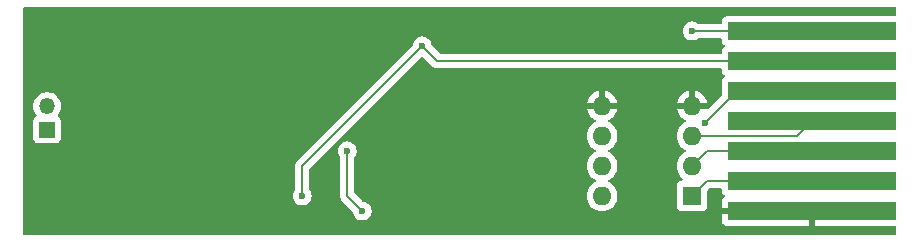
<source format=gbr>
%TF.GenerationSoftware,KiCad,Pcbnew,8.0.4*%
%TF.CreationDate,2024-11-18T10:32:11-08:00*%
%TF.ProjectId,Channel,4368616e-6e65-46c2-9e6b-696361645f70,rev?*%
%TF.SameCoordinates,Original*%
%TF.FileFunction,Copper,L2,Bot*%
%TF.FilePolarity,Positive*%
%FSLAX46Y46*%
G04 Gerber Fmt 4.6, Leading zero omitted, Abs format (unit mm)*
G04 Created by KiCad (PCBNEW 8.0.4) date 2024-11-18 10:32:11*
%MOMM*%
%LPD*%
G01*
G04 APERTURE LIST*
%TA.AperFunction,ComponentPad*%
%ADD10R,1.600000X1.600000*%
%TD*%
%TA.AperFunction,ComponentPad*%
%ADD11O,1.600000X1.600000*%
%TD*%
%TA.AperFunction,ComponentPad*%
%ADD12R,1.350000X1.350000*%
%TD*%
%TA.AperFunction,ComponentPad*%
%ADD13O,1.350000X1.350000*%
%TD*%
%TA.AperFunction,ConnectorPad*%
%ADD14R,14.300000X1.500000*%
%TD*%
%TA.AperFunction,ViaPad*%
%ADD15C,0.600000*%
%TD*%
%TA.AperFunction,Conductor*%
%ADD16C,0.200000*%
%TD*%
G04 APERTURE END LIST*
D10*
%TO.P,U6,1,~{CS}*%
%TO.N,CS*%
X134610000Y-87620000D03*
D11*
%TO.P,U6,2,SCK*%
%TO.N,CKL*%
X134610000Y-85080000D03*
%TO.P,U6,3,SDI/SDO*%
%TO.N,SDI*%
X134610000Y-82540000D03*
%TO.P,U6,4,V_{SS}*%
%TO.N,GND*%
X134610000Y-80000000D03*
%TO.P,U6,5,P0A*%
X126990000Y-80000000D03*
%TO.P,U6,6,P0W*%
%TO.N,Net-(U6-P0W)*%
X126990000Y-82540000D03*
%TO.P,U6,7,P0B*%
%TO.N,Net-(U5--)*%
X126990000Y-85080000D03*
%TO.P,U6,8,V_{DD}*%
%TO.N,Vdd*%
X126990000Y-87620000D03*
%TD*%
D12*
%TO.P,J1,1,Pin_1*%
%TO.N,Electrode*%
X80010000Y-82010000D03*
D13*
%TO.P,J1,2,Pin_2*%
%TO.N,Ref_Electrode*%
X80010000Y-80010000D03*
%TD*%
D14*
%TO.P,J2,1,Pin_1*%
%TO.N,Out*%
X144780000Y-73660000D03*
%TO.P,J2,2,Pin_2*%
%TO.N,Vss*%
X144780000Y-76200000D03*
%TO.P,J2,3,Pin_3*%
%TO.N,Vdd*%
X144780000Y-78740000D03*
%TO.P,J2,4,Pin_4*%
%TO.N,SDI*%
X144780000Y-81280000D03*
%TO.P,J2,5,Pin_5*%
%TO.N,CKL*%
X144780000Y-83820000D03*
%TO.P,J2,6,Pin_6*%
%TO.N,CS*%
X144780000Y-86360000D03*
%TO.P,J2,7,Pin_7*%
%TO.N,GND*%
X144780000Y-88900000D03*
%TD*%
D15*
%TO.N,GND*%
X135890000Y-90170000D03*
%TO.N,Vdd*%
X135680000Y-81440000D03*
%TO.N,Out*%
X134620000Y-73660000D03*
%TO.N,GND*%
X104140000Y-80010000D03*
X120650000Y-87630000D03*
X87630000Y-83820000D03*
X129540000Y-77470000D03*
X115570000Y-87630000D03*
X119380000Y-73660000D03*
%TO.N,Vss*%
X111760000Y-74930000D03*
X101600000Y-87630000D03*
%TO.N,Vdd*%
X105410000Y-83820000D03*
X106680000Y-88900000D03*
%TD*%
D16*
%TO.N,GND*%
X137160000Y-88900000D02*
X135890000Y-90170000D01*
X144780000Y-88900000D02*
X137160000Y-88900000D01*
%TO.N,CS*%
X144780000Y-86360000D02*
X135870000Y-86360000D01*
X135870000Y-86360000D02*
X134610000Y-87620000D01*
%TO.N,CKL*%
X144780000Y-83820000D02*
X135870000Y-83820000D01*
X135870000Y-83820000D02*
X134610000Y-85080000D01*
%TO.N,SDI*%
X144780000Y-81280000D02*
X143520000Y-82540000D01*
X143520000Y-82540000D02*
X134610000Y-82540000D01*
%TO.N,Vdd*%
X144780000Y-78740000D02*
X138380000Y-78740000D01*
X138380000Y-78740000D02*
X135680000Y-81440000D01*
%TO.N,Out*%
X144780000Y-73660000D02*
X134620000Y-73660000D01*
%TO.N,Vss*%
X111760000Y-74930000D02*
X113030000Y-76200000D01*
X113030000Y-76200000D02*
X144780000Y-76200000D01*
X101600000Y-85090000D02*
X101600000Y-87630000D01*
X111760000Y-74930000D02*
X101600000Y-85090000D01*
%TO.N,Vdd*%
X105410000Y-83820000D02*
X105410000Y-87630000D01*
X105410000Y-87630000D02*
X106680000Y-88900000D01*
%TD*%
%TA.AperFunction,Conductor*%
%TO.N,GND*%
G36*
X151842539Y-71640185D02*
G01*
X151888294Y-71692989D01*
X151899500Y-71744500D01*
X151899500Y-72285500D01*
X151879815Y-72352539D01*
X151827011Y-72398294D01*
X151775500Y-72409500D01*
X137582129Y-72409500D01*
X137582123Y-72409501D01*
X137522516Y-72415908D01*
X137387671Y-72466202D01*
X137387664Y-72466206D01*
X137272455Y-72552452D01*
X137272452Y-72552455D01*
X137186206Y-72667664D01*
X137186202Y-72667671D01*
X137135908Y-72802517D01*
X137129501Y-72862116D01*
X137129500Y-72862135D01*
X137129500Y-72935500D01*
X137109815Y-73002539D01*
X137057011Y-73048294D01*
X137005500Y-73059500D01*
X135202412Y-73059500D01*
X135135373Y-73039815D01*
X135125097Y-73032445D01*
X135122263Y-73030185D01*
X135122262Y-73030184D01*
X135065496Y-72994515D01*
X134969523Y-72934211D01*
X134799254Y-72874631D01*
X134799249Y-72874630D01*
X134620004Y-72854435D01*
X134619996Y-72854435D01*
X134440750Y-72874630D01*
X134440745Y-72874631D01*
X134270476Y-72934211D01*
X134117737Y-73030184D01*
X133990184Y-73157737D01*
X133894211Y-73310476D01*
X133834631Y-73480745D01*
X133834630Y-73480750D01*
X133814435Y-73659996D01*
X133814435Y-73660003D01*
X133834630Y-73839249D01*
X133834631Y-73839254D01*
X133894211Y-74009523D01*
X133966416Y-74124435D01*
X133990184Y-74162262D01*
X134117738Y-74289816D01*
X134208080Y-74346582D01*
X134268426Y-74384500D01*
X134270478Y-74385789D01*
X134440745Y-74445368D01*
X134440750Y-74445369D01*
X134619996Y-74465565D01*
X134620000Y-74465565D01*
X134620004Y-74465565D01*
X134799249Y-74445369D01*
X134799252Y-74445368D01*
X134799255Y-74445368D01*
X134969522Y-74385789D01*
X135122262Y-74289816D01*
X135122267Y-74289810D01*
X135125097Y-74287555D01*
X135127275Y-74286665D01*
X135128158Y-74286111D01*
X135128255Y-74286265D01*
X135189783Y-74261145D01*
X135202412Y-74260500D01*
X137005501Y-74260500D01*
X137072540Y-74280185D01*
X137118295Y-74332989D01*
X137129501Y-74384500D01*
X137129501Y-74457876D01*
X137135908Y-74517483D01*
X137186202Y-74652328D01*
X137186206Y-74652335D01*
X137272452Y-74767544D01*
X137272455Y-74767547D01*
X137356861Y-74830734D01*
X137398732Y-74886668D01*
X137403716Y-74956359D01*
X137370230Y-75017682D01*
X137356861Y-75029266D01*
X137272455Y-75092452D01*
X137272452Y-75092455D01*
X137186206Y-75207664D01*
X137186202Y-75207671D01*
X137135908Y-75342517D01*
X137129501Y-75402116D01*
X137129500Y-75402135D01*
X137129500Y-75475500D01*
X137109815Y-75542539D01*
X137057011Y-75588294D01*
X137005500Y-75599500D01*
X113330097Y-75599500D01*
X113263058Y-75579815D01*
X113242416Y-75563181D01*
X112590700Y-74911465D01*
X112557215Y-74850142D01*
X112555163Y-74837686D01*
X112545368Y-74750745D01*
X112485789Y-74580478D01*
X112389816Y-74427738D01*
X112262262Y-74300184D01*
X112109523Y-74204211D01*
X111939254Y-74144631D01*
X111939249Y-74144630D01*
X111760004Y-74124435D01*
X111759996Y-74124435D01*
X111580750Y-74144630D01*
X111580745Y-74144631D01*
X111410476Y-74204211D01*
X111257737Y-74300184D01*
X111130184Y-74427737D01*
X111034210Y-74580478D01*
X110974630Y-74750750D01*
X110964837Y-74837667D01*
X110937770Y-74902081D01*
X110929298Y-74911464D01*
X101231286Y-84609478D01*
X101119481Y-84721282D01*
X101119479Y-84721285D01*
X101069361Y-84808094D01*
X101069359Y-84808096D01*
X101040425Y-84858209D01*
X101040424Y-84858210D01*
X101040423Y-84858215D01*
X100999499Y-85010943D01*
X100999499Y-85010945D01*
X100999499Y-85179046D01*
X100999500Y-85179059D01*
X100999500Y-87047587D01*
X100979815Y-87114626D01*
X100972450Y-87124896D01*
X100970186Y-87127734D01*
X100874211Y-87280476D01*
X100814631Y-87450745D01*
X100814630Y-87450750D01*
X100794435Y-87629996D01*
X100794435Y-87630003D01*
X100814630Y-87809249D01*
X100814631Y-87809254D01*
X100874211Y-87979523D01*
X100956523Y-88110521D01*
X100970184Y-88132262D01*
X101097738Y-88259816D01*
X101250478Y-88355789D01*
X101420745Y-88415368D01*
X101420750Y-88415369D01*
X101599996Y-88435565D01*
X101600000Y-88435565D01*
X101600004Y-88435565D01*
X101779249Y-88415369D01*
X101779252Y-88415368D01*
X101779255Y-88415368D01*
X101949522Y-88355789D01*
X102102262Y-88259816D01*
X102229816Y-88132262D01*
X102325789Y-87979522D01*
X102385368Y-87809255D01*
X102387221Y-87792812D01*
X102405565Y-87630003D01*
X102405565Y-87629996D01*
X102385369Y-87450750D01*
X102385368Y-87450745D01*
X102361056Y-87381265D01*
X102325789Y-87280478D01*
X102229816Y-87127738D01*
X102229814Y-87127736D01*
X102229813Y-87127734D01*
X102227550Y-87124896D01*
X102226659Y-87122715D01*
X102226111Y-87121842D01*
X102226264Y-87121745D01*
X102201144Y-87060209D01*
X102200500Y-87047587D01*
X102200500Y-85390097D01*
X102220185Y-85323058D01*
X102236819Y-85302416D01*
X103719239Y-83819996D01*
X104604435Y-83819996D01*
X104604435Y-83820003D01*
X104624630Y-83999249D01*
X104624631Y-83999254D01*
X104684211Y-84169523D01*
X104780185Y-84322263D01*
X104782445Y-84325097D01*
X104783334Y-84327275D01*
X104783889Y-84328158D01*
X104783734Y-84328255D01*
X104808855Y-84389783D01*
X104809500Y-84402412D01*
X104809500Y-87543330D01*
X104809499Y-87543348D01*
X104809499Y-87709054D01*
X104809498Y-87709054D01*
X104850423Y-87861786D01*
X104862477Y-87882662D01*
X104862478Y-87882667D01*
X104862479Y-87882667D01*
X104929475Y-87998709D01*
X104929481Y-87998717D01*
X105048349Y-88117585D01*
X105048355Y-88117590D01*
X105849298Y-88918533D01*
X105882783Y-88979856D01*
X105884837Y-88992330D01*
X105894630Y-89079249D01*
X105954210Y-89249521D01*
X106050184Y-89402262D01*
X106177738Y-89529816D01*
X106330478Y-89625789D01*
X106500745Y-89685368D01*
X106500750Y-89685369D01*
X106679996Y-89705565D01*
X106680000Y-89705565D01*
X106680004Y-89705565D01*
X106748530Y-89697844D01*
X137130000Y-89697844D01*
X137136401Y-89757372D01*
X137136403Y-89757379D01*
X137186645Y-89892086D01*
X137186649Y-89892093D01*
X137272809Y-90007187D01*
X137272812Y-90007190D01*
X137387906Y-90093350D01*
X137387913Y-90093354D01*
X137522620Y-90143596D01*
X137522627Y-90143598D01*
X137582155Y-90149999D01*
X137582172Y-90150000D01*
X144530000Y-90150000D01*
X144530000Y-89150000D01*
X137130000Y-89150000D01*
X137130000Y-89697844D01*
X106748530Y-89697844D01*
X106859249Y-89685369D01*
X106859252Y-89685368D01*
X106859255Y-89685368D01*
X107029522Y-89625789D01*
X107182262Y-89529816D01*
X107309816Y-89402262D01*
X107405789Y-89249522D01*
X107465368Y-89079255D01*
X107475162Y-88992330D01*
X107485565Y-88900003D01*
X107485565Y-88899996D01*
X107465369Y-88720750D01*
X107465368Y-88720745D01*
X107430132Y-88620047D01*
X107405789Y-88550478D01*
X107309816Y-88397738D01*
X107182262Y-88270184D01*
X107029521Y-88174210D01*
X106859249Y-88114630D01*
X106772330Y-88104837D01*
X106707916Y-88077770D01*
X106698533Y-88069298D01*
X106046819Y-87417584D01*
X106013334Y-87356261D01*
X106010500Y-87329903D01*
X106010500Y-84402412D01*
X106030185Y-84335373D01*
X106037555Y-84325097D01*
X106039810Y-84322267D01*
X106039816Y-84322262D01*
X106135789Y-84169522D01*
X106195368Y-83999255D01*
X106200982Y-83949429D01*
X106215565Y-83820003D01*
X106215565Y-83819996D01*
X106195369Y-83640750D01*
X106195368Y-83640745D01*
X106160132Y-83540047D01*
X106135789Y-83470478D01*
X106039816Y-83317738D01*
X105912262Y-83190184D01*
X105759523Y-83094211D01*
X105589254Y-83034631D01*
X105589249Y-83034630D01*
X105410004Y-83014435D01*
X105409996Y-83014435D01*
X105230750Y-83034630D01*
X105230745Y-83034631D01*
X105060476Y-83094211D01*
X104907737Y-83190184D01*
X104780184Y-83317737D01*
X104684211Y-83470476D01*
X104624631Y-83640745D01*
X104624630Y-83640750D01*
X104604435Y-83819996D01*
X103719239Y-83819996D01*
X104999237Y-82539998D01*
X125684532Y-82539998D01*
X125684532Y-82540001D01*
X125704364Y-82766686D01*
X125704366Y-82766697D01*
X125763258Y-82986488D01*
X125763261Y-82986497D01*
X125859431Y-83192732D01*
X125859432Y-83192734D01*
X125989954Y-83379141D01*
X126150858Y-83540045D01*
X126150861Y-83540047D01*
X126337266Y-83670568D01*
X126395275Y-83697618D01*
X126447714Y-83743791D01*
X126466866Y-83810984D01*
X126446650Y-83877865D01*
X126395275Y-83922382D01*
X126337267Y-83949431D01*
X126337265Y-83949432D01*
X126150858Y-84079954D01*
X125989954Y-84240858D01*
X125859432Y-84427265D01*
X125859431Y-84427267D01*
X125763261Y-84633502D01*
X125763258Y-84633511D01*
X125704366Y-84853302D01*
X125704364Y-84853313D01*
X125684532Y-85079998D01*
X125684532Y-85080001D01*
X125704364Y-85306686D01*
X125704366Y-85306697D01*
X125763258Y-85526488D01*
X125763261Y-85526497D01*
X125859431Y-85732732D01*
X125859432Y-85732734D01*
X125989954Y-85919141D01*
X126150858Y-86080045D01*
X126197693Y-86112839D01*
X126337266Y-86210568D01*
X126360384Y-86221348D01*
X126395275Y-86237618D01*
X126447714Y-86283791D01*
X126466866Y-86350984D01*
X126446650Y-86417865D01*
X126395275Y-86462381D01*
X126395118Y-86462455D01*
X126337267Y-86489431D01*
X126337265Y-86489432D01*
X126150858Y-86619954D01*
X125989954Y-86780858D01*
X125859432Y-86967265D01*
X125859431Y-86967267D01*
X125763261Y-87173502D01*
X125763258Y-87173511D01*
X125704366Y-87393302D01*
X125704364Y-87393313D01*
X125684532Y-87619998D01*
X125684532Y-87620001D01*
X125704364Y-87846686D01*
X125704366Y-87846697D01*
X125763258Y-88066488D01*
X125763261Y-88066497D01*
X125859431Y-88272732D01*
X125859432Y-88272734D01*
X125989954Y-88459141D01*
X126150858Y-88620045D01*
X126150861Y-88620047D01*
X126337266Y-88750568D01*
X126543504Y-88846739D01*
X126763308Y-88905635D01*
X126910733Y-88918533D01*
X126989998Y-88925468D01*
X126990000Y-88925468D01*
X126990002Y-88925468D01*
X127069267Y-88918533D01*
X127216692Y-88905635D01*
X127436496Y-88846739D01*
X127642734Y-88750568D01*
X127829139Y-88620047D01*
X127990047Y-88459139D01*
X128120568Y-88272734D01*
X128216739Y-88066496D01*
X128275635Y-87846692D01*
X128294593Y-87630000D01*
X128295468Y-87620001D01*
X128295468Y-87619998D01*
X128288760Y-87543330D01*
X128275635Y-87393308D01*
X128230916Y-87226415D01*
X128216741Y-87173511D01*
X128216738Y-87173502D01*
X128195396Y-87127734D01*
X128120568Y-86967266D01*
X127990047Y-86780861D01*
X127990045Y-86780858D01*
X127829141Y-86619954D01*
X127642734Y-86489432D01*
X127642728Y-86489429D01*
X127584882Y-86462455D01*
X127584724Y-86462381D01*
X127532285Y-86416210D01*
X127513133Y-86349017D01*
X127533348Y-86282135D01*
X127584725Y-86237618D01*
X127642734Y-86210568D01*
X127829139Y-86080047D01*
X127990047Y-85919139D01*
X128120568Y-85732734D01*
X128216739Y-85526496D01*
X128275635Y-85306692D01*
X128295468Y-85080000D01*
X128275635Y-84853308D01*
X128216739Y-84633504D01*
X128120568Y-84427266D01*
X127990047Y-84240861D01*
X127990045Y-84240858D01*
X127829141Y-84079954D01*
X127642734Y-83949432D01*
X127642728Y-83949429D01*
X127584725Y-83922382D01*
X127532285Y-83876210D01*
X127513133Y-83809017D01*
X127533348Y-83742135D01*
X127584725Y-83697618D01*
X127642734Y-83670568D01*
X127829139Y-83540047D01*
X127990047Y-83379139D01*
X128120568Y-83192734D01*
X128216739Y-82986496D01*
X128275635Y-82766692D01*
X128295468Y-82540000D01*
X128275635Y-82313308D01*
X128216739Y-82093504D01*
X128120568Y-81887266D01*
X127990047Y-81700861D01*
X127990045Y-81700858D01*
X127829141Y-81539954D01*
X127642734Y-81409432D01*
X127642732Y-81409431D01*
X127631275Y-81404088D01*
X127584132Y-81382105D01*
X127531694Y-81335934D01*
X127512542Y-81268740D01*
X127532758Y-81201859D01*
X127584134Y-81157341D01*
X127642484Y-81130132D01*
X127828820Y-80999657D01*
X127989657Y-80838820D01*
X128120134Y-80652482D01*
X128216265Y-80446326D01*
X128216269Y-80446317D01*
X128268872Y-80250000D01*
X127305686Y-80250000D01*
X127310080Y-80245606D01*
X127362741Y-80154394D01*
X127390000Y-80052661D01*
X127390000Y-79947339D01*
X127362741Y-79845606D01*
X127310080Y-79754394D01*
X127305686Y-79750000D01*
X128268872Y-79750000D01*
X128268872Y-79749999D01*
X128216269Y-79553682D01*
X128216265Y-79553673D01*
X128120134Y-79347517D01*
X127989657Y-79161179D01*
X127828820Y-79000342D01*
X127642482Y-78869865D01*
X127436328Y-78773734D01*
X127240000Y-78721127D01*
X127240000Y-79684314D01*
X127235606Y-79679920D01*
X127144394Y-79627259D01*
X127042661Y-79600000D01*
X126937339Y-79600000D01*
X126835606Y-79627259D01*
X126744394Y-79679920D01*
X126740000Y-79684314D01*
X126740000Y-78721127D01*
X126543671Y-78773734D01*
X126337517Y-78869865D01*
X126151179Y-79000342D01*
X125990342Y-79161179D01*
X125859865Y-79347517D01*
X125763734Y-79553673D01*
X125763730Y-79553682D01*
X125711127Y-79749999D01*
X125711128Y-79750000D01*
X126674314Y-79750000D01*
X126669920Y-79754394D01*
X126617259Y-79845606D01*
X126590000Y-79947339D01*
X126590000Y-80052661D01*
X126617259Y-80154394D01*
X126669920Y-80245606D01*
X126674314Y-80250000D01*
X125711128Y-80250000D01*
X125763730Y-80446317D01*
X125763734Y-80446326D01*
X125859865Y-80652482D01*
X125990342Y-80838820D01*
X126151179Y-80999657D01*
X126337518Y-81130134D01*
X126337520Y-81130135D01*
X126395865Y-81157342D01*
X126448305Y-81203514D01*
X126467457Y-81270707D01*
X126447242Y-81337589D01*
X126395867Y-81382105D01*
X126337268Y-81409431D01*
X126337264Y-81409433D01*
X126150858Y-81539954D01*
X125989954Y-81700858D01*
X125859432Y-81887265D01*
X125859431Y-81887267D01*
X125763261Y-82093502D01*
X125763258Y-82093511D01*
X125704366Y-82313302D01*
X125704364Y-82313313D01*
X125684532Y-82539998D01*
X104999237Y-82539998D01*
X111672319Y-75866916D01*
X111733642Y-75833431D01*
X111803334Y-75838415D01*
X111847681Y-75866916D01*
X112545139Y-76564374D01*
X112545149Y-76564385D01*
X112549479Y-76568715D01*
X112549480Y-76568716D01*
X112661284Y-76680520D01*
X112748095Y-76730639D01*
X112748097Y-76730641D01*
X112798213Y-76759576D01*
X112798215Y-76759577D01*
X112950942Y-76800500D01*
X112950943Y-76800500D01*
X137005501Y-76800500D01*
X137072540Y-76820185D01*
X137118295Y-76872989D01*
X137129501Y-76924500D01*
X137129501Y-76997876D01*
X137135908Y-77057483D01*
X137186202Y-77192328D01*
X137186206Y-77192335D01*
X137272452Y-77307544D01*
X137272455Y-77307547D01*
X137356861Y-77370734D01*
X137398732Y-77426668D01*
X137403716Y-77496359D01*
X137370230Y-77557682D01*
X137356861Y-77569266D01*
X137272455Y-77632452D01*
X137272452Y-77632455D01*
X137186206Y-77747664D01*
X137186202Y-77747671D01*
X137135908Y-77882517D01*
X137129501Y-77942116D01*
X137129500Y-77942135D01*
X137129500Y-79089901D01*
X137109815Y-79156940D01*
X137093181Y-79177582D01*
X136046116Y-80224646D01*
X135984793Y-80258131D01*
X135915101Y-80253147D01*
X135910845Y-80250000D01*
X134925686Y-80250000D01*
X134930080Y-80245606D01*
X134982741Y-80154394D01*
X135010000Y-80052661D01*
X135010000Y-79947339D01*
X134982741Y-79845606D01*
X134930080Y-79754394D01*
X134925686Y-79750000D01*
X135888872Y-79750000D01*
X135888872Y-79749999D01*
X135836269Y-79553682D01*
X135836265Y-79553673D01*
X135740134Y-79347517D01*
X135609657Y-79161179D01*
X135448820Y-79000342D01*
X135262482Y-78869865D01*
X135056328Y-78773734D01*
X134860000Y-78721127D01*
X134860000Y-79684314D01*
X134855606Y-79679920D01*
X134764394Y-79627259D01*
X134662661Y-79600000D01*
X134557339Y-79600000D01*
X134455606Y-79627259D01*
X134364394Y-79679920D01*
X134360000Y-79684314D01*
X134360000Y-78721127D01*
X134163671Y-78773734D01*
X133957517Y-78869865D01*
X133771179Y-79000342D01*
X133610342Y-79161179D01*
X133479865Y-79347517D01*
X133383734Y-79553673D01*
X133383730Y-79553682D01*
X133331127Y-79749999D01*
X133331128Y-79750000D01*
X134294314Y-79750000D01*
X134289920Y-79754394D01*
X134237259Y-79845606D01*
X134210000Y-79947339D01*
X134210000Y-80052661D01*
X134237259Y-80154394D01*
X134289920Y-80245606D01*
X134294314Y-80250000D01*
X133331128Y-80250000D01*
X133383730Y-80446317D01*
X133383734Y-80446326D01*
X133479865Y-80652482D01*
X133610342Y-80838820D01*
X133771179Y-80999657D01*
X133957518Y-81130134D01*
X133957520Y-81130135D01*
X134015865Y-81157342D01*
X134068305Y-81203514D01*
X134087457Y-81270707D01*
X134067242Y-81337589D01*
X134015867Y-81382105D01*
X133957268Y-81409431D01*
X133957264Y-81409433D01*
X133770858Y-81539954D01*
X133609954Y-81700858D01*
X133479432Y-81887265D01*
X133479431Y-81887267D01*
X133383261Y-82093502D01*
X133383258Y-82093511D01*
X133324366Y-82313302D01*
X133324364Y-82313313D01*
X133304532Y-82539998D01*
X133304532Y-82540001D01*
X133324364Y-82766686D01*
X133324366Y-82766697D01*
X133383258Y-82986488D01*
X133383261Y-82986497D01*
X133479431Y-83192732D01*
X133479432Y-83192734D01*
X133609954Y-83379141D01*
X133770858Y-83540045D01*
X133770861Y-83540047D01*
X133957266Y-83670568D01*
X134015275Y-83697618D01*
X134067714Y-83743791D01*
X134086866Y-83810984D01*
X134066650Y-83877865D01*
X134015275Y-83922382D01*
X133957267Y-83949431D01*
X133957265Y-83949432D01*
X133770858Y-84079954D01*
X133609954Y-84240858D01*
X133479432Y-84427265D01*
X133479431Y-84427267D01*
X133383261Y-84633502D01*
X133383258Y-84633511D01*
X133324366Y-84853302D01*
X133324364Y-84853313D01*
X133304532Y-85079998D01*
X133304532Y-85080001D01*
X133324364Y-85306686D01*
X133324366Y-85306697D01*
X133383258Y-85526488D01*
X133383261Y-85526497D01*
X133479431Y-85732732D01*
X133479432Y-85732734D01*
X133609954Y-85919141D01*
X133770858Y-86080045D01*
X133795462Y-86097273D01*
X133839087Y-86151849D01*
X133846281Y-86221348D01*
X133814758Y-86283703D01*
X133754529Y-86319117D01*
X133737593Y-86322138D01*
X133702516Y-86325908D01*
X133567671Y-86376202D01*
X133567664Y-86376206D01*
X133452455Y-86462452D01*
X133452452Y-86462455D01*
X133366206Y-86577664D01*
X133366202Y-86577671D01*
X133315908Y-86712517D01*
X133309501Y-86772116D01*
X133309500Y-86772135D01*
X133309500Y-88467870D01*
X133309501Y-88467876D01*
X133315908Y-88527483D01*
X133366202Y-88662328D01*
X133366206Y-88662335D01*
X133452452Y-88777544D01*
X133452455Y-88777547D01*
X133567664Y-88863793D01*
X133567671Y-88863797D01*
X133702517Y-88914091D01*
X133702516Y-88914091D01*
X133709444Y-88914835D01*
X133762127Y-88920500D01*
X135457872Y-88920499D01*
X135517483Y-88914091D01*
X135652331Y-88863796D01*
X135767546Y-88777546D01*
X135853796Y-88662331D01*
X135904091Y-88527483D01*
X135910500Y-88467873D01*
X135910499Y-87220096D01*
X135930184Y-87153058D01*
X135946813Y-87132421D01*
X136082417Y-86996817D01*
X136143739Y-86963334D01*
X136170097Y-86960500D01*
X137005501Y-86960500D01*
X137072540Y-86980185D01*
X137118295Y-87032989D01*
X137129501Y-87084500D01*
X137129501Y-87157876D01*
X137135908Y-87217483D01*
X137186202Y-87352328D01*
X137186206Y-87352335D01*
X137272452Y-87467544D01*
X137272455Y-87467547D01*
X137357278Y-87531046D01*
X137399149Y-87586979D01*
X137404133Y-87656671D01*
X137370647Y-87717994D01*
X137357279Y-87729578D01*
X137272809Y-87792812D01*
X137186649Y-87907906D01*
X137186645Y-87907913D01*
X137136403Y-88042620D01*
X137136401Y-88042627D01*
X137130000Y-88102155D01*
X137130000Y-88650000D01*
X144906000Y-88650000D01*
X144973039Y-88669685D01*
X145018794Y-88722489D01*
X145030000Y-88774000D01*
X145030000Y-90150000D01*
X151775500Y-90150000D01*
X151842539Y-90169685D01*
X151888294Y-90222489D01*
X151899500Y-90274000D01*
X151899500Y-90815500D01*
X151879815Y-90882539D01*
X151827011Y-90928294D01*
X151775500Y-90939500D01*
X78094500Y-90939500D01*
X78027461Y-90919815D01*
X77981706Y-90867011D01*
X77970500Y-90815500D01*
X77970500Y-80009999D01*
X78829464Y-80009999D01*
X78829464Y-80010000D01*
X78849564Y-80226918D01*
X78849564Y-80226920D01*
X78849565Y-80226923D01*
X78891054Y-80372741D01*
X78909184Y-80436462D01*
X78914096Y-80446326D01*
X79006288Y-80631472D01*
X79068769Y-80714211D01*
X79087747Y-80739341D01*
X79112439Y-80804702D01*
X79097874Y-80873037D01*
X79063105Y-80913334D01*
X78977452Y-80977455D01*
X78891206Y-81092664D01*
X78891202Y-81092671D01*
X78840908Y-81227517D01*
X78836382Y-81269621D01*
X78834501Y-81287123D01*
X78834500Y-81287135D01*
X78834500Y-82732870D01*
X78834501Y-82732876D01*
X78840908Y-82792483D01*
X78891202Y-82927328D01*
X78891206Y-82927335D01*
X78977452Y-83042544D01*
X78977455Y-83042547D01*
X79092664Y-83128793D01*
X79092671Y-83128797D01*
X79227517Y-83179091D01*
X79227516Y-83179091D01*
X79234444Y-83179835D01*
X79287127Y-83185500D01*
X80732872Y-83185499D01*
X80792483Y-83179091D01*
X80927331Y-83128796D01*
X81042546Y-83042546D01*
X81128796Y-82927331D01*
X81179091Y-82792483D01*
X81185500Y-82732873D01*
X81185499Y-81287128D01*
X81179091Y-81227517D01*
X81170138Y-81203514D01*
X81128797Y-81092671D01*
X81128793Y-81092664D01*
X81042547Y-80977455D01*
X81042544Y-80977452D01*
X80956895Y-80913335D01*
X80915024Y-80857402D01*
X80910040Y-80787710D01*
X80932251Y-80739344D01*
X81013712Y-80631472D01*
X81110817Y-80436459D01*
X81170435Y-80226923D01*
X81190536Y-80010000D01*
X81170435Y-79793077D01*
X81110817Y-79583541D01*
X81013712Y-79388528D01*
X80882427Y-79214678D01*
X80721432Y-79067912D01*
X80721428Y-79067909D01*
X80721423Y-79067906D01*
X80536213Y-78953229D01*
X80536207Y-78953226D01*
X80451113Y-78920260D01*
X80333069Y-78874530D01*
X80118926Y-78834500D01*
X79901074Y-78834500D01*
X79686931Y-78874530D01*
X79638130Y-78893435D01*
X79483792Y-78953226D01*
X79483786Y-78953229D01*
X79298576Y-79067906D01*
X79298566Y-79067913D01*
X79137574Y-79214676D01*
X79006288Y-79388527D01*
X78909184Y-79583537D01*
X78909183Y-79583541D01*
X78861822Y-79750000D01*
X78849564Y-79793081D01*
X78829464Y-80009999D01*
X77970500Y-80009999D01*
X77970500Y-71744500D01*
X77990185Y-71677461D01*
X78042989Y-71631706D01*
X78094500Y-71620500D01*
X151775500Y-71620500D01*
X151842539Y-71640185D01*
G37*
%TD.AperFunction*%
%TD*%
M02*

</source>
